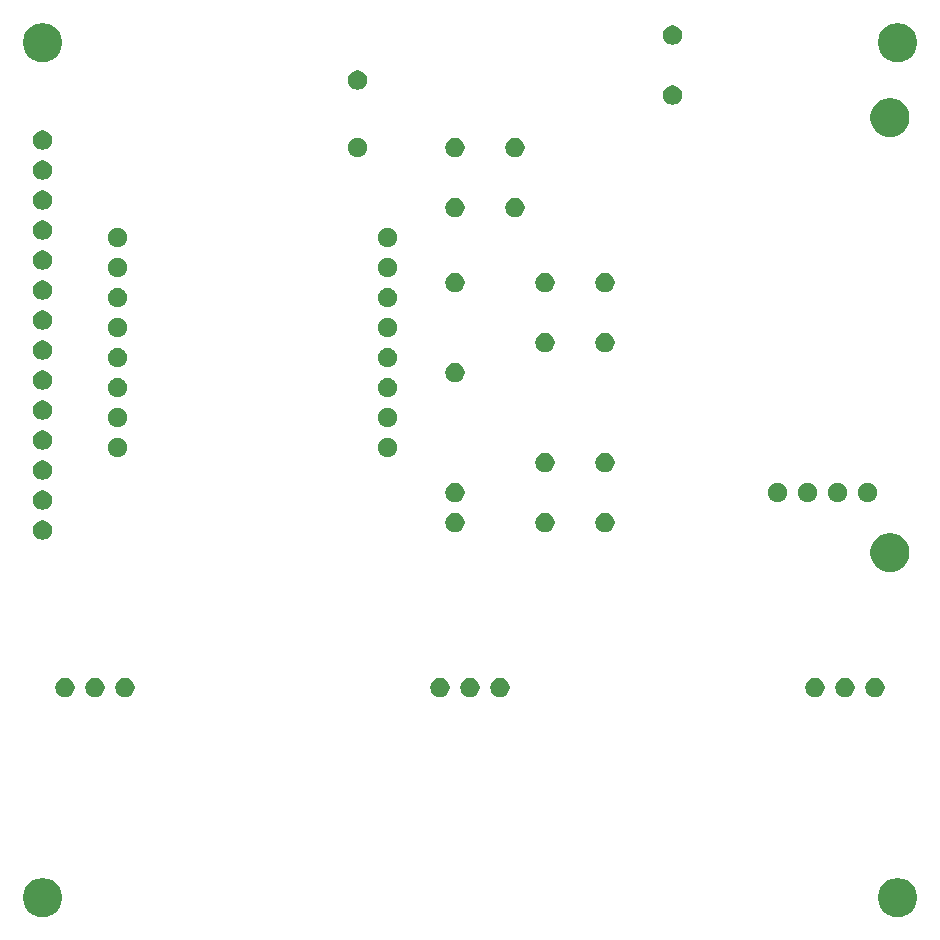
<source format=gbr>
G04 #@! TF.GenerationSoftware,KiCad,Pcbnew,(5.0.1)-3*
G04 #@! TF.CreationDate,2018-11-11T13:08:13+01:00*
G04 #@! TF.ProjectId,THERMOSTAT,544845524D4F535441542E6B69636164,rev?*
G04 #@! TF.SameCoordinates,Original*
G04 #@! TF.FileFunction,Soldermask,Bot*
G04 #@! TF.FilePolarity,Negative*
%FSLAX46Y46*%
G04 Gerber Fmt 4.6, Leading zero omitted, Abs format (unit mm)*
G04 Created by KiCad (PCBNEW (5.0.1)-3) date 11/11/2018 1:08:13 PM*
%MOMM*%
%LPD*%
G01*
G04 APERTURE LIST*
%ADD10C,0.100000*%
G04 APERTURE END LIST*
D10*
G36*
X76575256Y-74591298D02*
X76681579Y-74612447D01*
X76982042Y-74736903D01*
X77248852Y-74915180D01*
X77252454Y-74917587D01*
X77482413Y-75147546D01*
X77663098Y-75417960D01*
X77787553Y-75718422D01*
X77851000Y-76037389D01*
X77851000Y-76362611D01*
X77787553Y-76681578D01*
X77663098Y-76982040D01*
X77482413Y-77252454D01*
X77252454Y-77482413D01*
X77252451Y-77482415D01*
X76982042Y-77663097D01*
X76681579Y-77787553D01*
X76575256Y-77808702D01*
X76362611Y-77851000D01*
X76037389Y-77851000D01*
X75824744Y-77808702D01*
X75718421Y-77787553D01*
X75417958Y-77663097D01*
X75147549Y-77482415D01*
X75147546Y-77482413D01*
X74917587Y-77252454D01*
X74736902Y-76982040D01*
X74612447Y-76681578D01*
X74549000Y-76362611D01*
X74549000Y-76037389D01*
X74612447Y-75718422D01*
X74736902Y-75417960D01*
X74917587Y-75147546D01*
X75147546Y-74917587D01*
X75151148Y-74915180D01*
X75417958Y-74736903D01*
X75718421Y-74612447D01*
X75824744Y-74591298D01*
X76037389Y-74549000D01*
X76362611Y-74549000D01*
X76575256Y-74591298D01*
X76575256Y-74591298D01*
G37*
G36*
X4185256Y-74591298D02*
X4291579Y-74612447D01*
X4592042Y-74736903D01*
X4858852Y-74915180D01*
X4862454Y-74917587D01*
X5092413Y-75147546D01*
X5273098Y-75417960D01*
X5397553Y-75718422D01*
X5461000Y-76037389D01*
X5461000Y-76362611D01*
X5397553Y-76681578D01*
X5273098Y-76982040D01*
X5092413Y-77252454D01*
X4862454Y-77482413D01*
X4862451Y-77482415D01*
X4592042Y-77663097D01*
X4291579Y-77787553D01*
X4185256Y-77808702D01*
X3972611Y-77851000D01*
X3647389Y-77851000D01*
X3434744Y-77808702D01*
X3328421Y-77787553D01*
X3027958Y-77663097D01*
X2757549Y-77482415D01*
X2757546Y-77482413D01*
X2527587Y-77252454D01*
X2346902Y-76982040D01*
X2222447Y-76681578D01*
X2159000Y-76362611D01*
X2159000Y-76037389D01*
X2222447Y-75718422D01*
X2346902Y-75417960D01*
X2527587Y-75147546D01*
X2757546Y-74917587D01*
X2761148Y-74915180D01*
X3027958Y-74736903D01*
X3328421Y-74612447D01*
X3434744Y-74591298D01*
X3647389Y-74549000D01*
X3972611Y-74549000D01*
X4185256Y-74591298D01*
X4185256Y-74591298D01*
G37*
G36*
X74532142Y-57638242D02*
X74680102Y-57699530D01*
X74813258Y-57788502D01*
X74926498Y-57901742D01*
X75015470Y-58034898D01*
X75076758Y-58182858D01*
X75108000Y-58339925D01*
X75108000Y-58500075D01*
X75076758Y-58657142D01*
X75015470Y-58805102D01*
X74926498Y-58938258D01*
X74813258Y-59051498D01*
X74680102Y-59140470D01*
X74532142Y-59201758D01*
X74375075Y-59233000D01*
X74214925Y-59233000D01*
X74057858Y-59201758D01*
X73909898Y-59140470D01*
X73776742Y-59051498D01*
X73663502Y-58938258D01*
X73574530Y-58805102D01*
X73513242Y-58657142D01*
X73482000Y-58500075D01*
X73482000Y-58339925D01*
X73513242Y-58182858D01*
X73574530Y-58034898D01*
X73663502Y-57901742D01*
X73776742Y-57788502D01*
X73909898Y-57699530D01*
X74057858Y-57638242D01*
X74214925Y-57607000D01*
X74375075Y-57607000D01*
X74532142Y-57638242D01*
X74532142Y-57638242D01*
G37*
G36*
X37702142Y-57638242D02*
X37850102Y-57699530D01*
X37983258Y-57788502D01*
X38096498Y-57901742D01*
X38185470Y-58034898D01*
X38246758Y-58182858D01*
X38278000Y-58339925D01*
X38278000Y-58500075D01*
X38246758Y-58657142D01*
X38185470Y-58805102D01*
X38096498Y-58938258D01*
X37983258Y-59051498D01*
X37850102Y-59140470D01*
X37702142Y-59201758D01*
X37545075Y-59233000D01*
X37384925Y-59233000D01*
X37227858Y-59201758D01*
X37079898Y-59140470D01*
X36946742Y-59051498D01*
X36833502Y-58938258D01*
X36744530Y-58805102D01*
X36683242Y-58657142D01*
X36652000Y-58500075D01*
X36652000Y-58339925D01*
X36683242Y-58182858D01*
X36744530Y-58034898D01*
X36833502Y-57901742D01*
X36946742Y-57788502D01*
X37079898Y-57699530D01*
X37227858Y-57638242D01*
X37384925Y-57607000D01*
X37545075Y-57607000D01*
X37702142Y-57638242D01*
X37702142Y-57638242D01*
G37*
G36*
X40242142Y-57638242D02*
X40390102Y-57699530D01*
X40523258Y-57788502D01*
X40636498Y-57901742D01*
X40725470Y-58034898D01*
X40786758Y-58182858D01*
X40818000Y-58339925D01*
X40818000Y-58500075D01*
X40786758Y-58657142D01*
X40725470Y-58805102D01*
X40636498Y-58938258D01*
X40523258Y-59051498D01*
X40390102Y-59140470D01*
X40242142Y-59201758D01*
X40085075Y-59233000D01*
X39924925Y-59233000D01*
X39767858Y-59201758D01*
X39619898Y-59140470D01*
X39486742Y-59051498D01*
X39373502Y-58938258D01*
X39284530Y-58805102D01*
X39223242Y-58657142D01*
X39192000Y-58500075D01*
X39192000Y-58339925D01*
X39223242Y-58182858D01*
X39284530Y-58034898D01*
X39373502Y-57901742D01*
X39486742Y-57788502D01*
X39619898Y-57699530D01*
X39767858Y-57638242D01*
X39924925Y-57607000D01*
X40085075Y-57607000D01*
X40242142Y-57638242D01*
X40242142Y-57638242D01*
G37*
G36*
X11032142Y-57638242D02*
X11180102Y-57699530D01*
X11313258Y-57788502D01*
X11426498Y-57901742D01*
X11515470Y-58034898D01*
X11576758Y-58182858D01*
X11608000Y-58339925D01*
X11608000Y-58500075D01*
X11576758Y-58657142D01*
X11515470Y-58805102D01*
X11426498Y-58938258D01*
X11313258Y-59051498D01*
X11180102Y-59140470D01*
X11032142Y-59201758D01*
X10875075Y-59233000D01*
X10714925Y-59233000D01*
X10557858Y-59201758D01*
X10409898Y-59140470D01*
X10276742Y-59051498D01*
X10163502Y-58938258D01*
X10074530Y-58805102D01*
X10013242Y-58657142D01*
X9982000Y-58500075D01*
X9982000Y-58339925D01*
X10013242Y-58182858D01*
X10074530Y-58034898D01*
X10163502Y-57901742D01*
X10276742Y-57788502D01*
X10409898Y-57699530D01*
X10557858Y-57638242D01*
X10714925Y-57607000D01*
X10875075Y-57607000D01*
X11032142Y-57638242D01*
X11032142Y-57638242D01*
G37*
G36*
X8492142Y-57638242D02*
X8640102Y-57699530D01*
X8773258Y-57788502D01*
X8886498Y-57901742D01*
X8975470Y-58034898D01*
X9036758Y-58182858D01*
X9068000Y-58339925D01*
X9068000Y-58500075D01*
X9036758Y-58657142D01*
X8975470Y-58805102D01*
X8886498Y-58938258D01*
X8773258Y-59051498D01*
X8640102Y-59140470D01*
X8492142Y-59201758D01*
X8335075Y-59233000D01*
X8174925Y-59233000D01*
X8017858Y-59201758D01*
X7869898Y-59140470D01*
X7736742Y-59051498D01*
X7623502Y-58938258D01*
X7534530Y-58805102D01*
X7473242Y-58657142D01*
X7442000Y-58500075D01*
X7442000Y-58339925D01*
X7473242Y-58182858D01*
X7534530Y-58034898D01*
X7623502Y-57901742D01*
X7736742Y-57788502D01*
X7869898Y-57699530D01*
X8017858Y-57638242D01*
X8174925Y-57607000D01*
X8335075Y-57607000D01*
X8492142Y-57638242D01*
X8492142Y-57638242D01*
G37*
G36*
X5952142Y-57638242D02*
X6100102Y-57699530D01*
X6233258Y-57788502D01*
X6346498Y-57901742D01*
X6435470Y-58034898D01*
X6496758Y-58182858D01*
X6528000Y-58339925D01*
X6528000Y-58500075D01*
X6496758Y-58657142D01*
X6435470Y-58805102D01*
X6346498Y-58938258D01*
X6233258Y-59051498D01*
X6100102Y-59140470D01*
X5952142Y-59201758D01*
X5795075Y-59233000D01*
X5634925Y-59233000D01*
X5477858Y-59201758D01*
X5329898Y-59140470D01*
X5196742Y-59051498D01*
X5083502Y-58938258D01*
X4994530Y-58805102D01*
X4933242Y-58657142D01*
X4902000Y-58500075D01*
X4902000Y-58339925D01*
X4933242Y-58182858D01*
X4994530Y-58034898D01*
X5083502Y-57901742D01*
X5196742Y-57788502D01*
X5329898Y-57699530D01*
X5477858Y-57638242D01*
X5634925Y-57607000D01*
X5795075Y-57607000D01*
X5952142Y-57638242D01*
X5952142Y-57638242D01*
G37*
G36*
X69452142Y-57638242D02*
X69600102Y-57699530D01*
X69733258Y-57788502D01*
X69846498Y-57901742D01*
X69935470Y-58034898D01*
X69996758Y-58182858D01*
X70028000Y-58339925D01*
X70028000Y-58500075D01*
X69996758Y-58657142D01*
X69935470Y-58805102D01*
X69846498Y-58938258D01*
X69733258Y-59051498D01*
X69600102Y-59140470D01*
X69452142Y-59201758D01*
X69295075Y-59233000D01*
X69134925Y-59233000D01*
X68977858Y-59201758D01*
X68829898Y-59140470D01*
X68696742Y-59051498D01*
X68583502Y-58938258D01*
X68494530Y-58805102D01*
X68433242Y-58657142D01*
X68402000Y-58500075D01*
X68402000Y-58339925D01*
X68433242Y-58182858D01*
X68494530Y-58034898D01*
X68583502Y-57901742D01*
X68696742Y-57788502D01*
X68829898Y-57699530D01*
X68977858Y-57638242D01*
X69134925Y-57607000D01*
X69295075Y-57607000D01*
X69452142Y-57638242D01*
X69452142Y-57638242D01*
G37*
G36*
X71992142Y-57638242D02*
X72140102Y-57699530D01*
X72273258Y-57788502D01*
X72386498Y-57901742D01*
X72475470Y-58034898D01*
X72536758Y-58182858D01*
X72568000Y-58339925D01*
X72568000Y-58500075D01*
X72536758Y-58657142D01*
X72475470Y-58805102D01*
X72386498Y-58938258D01*
X72273258Y-59051498D01*
X72140102Y-59140470D01*
X71992142Y-59201758D01*
X71835075Y-59233000D01*
X71674925Y-59233000D01*
X71517858Y-59201758D01*
X71369898Y-59140470D01*
X71236742Y-59051498D01*
X71123502Y-58938258D01*
X71034530Y-58805102D01*
X70973242Y-58657142D01*
X70942000Y-58500075D01*
X70942000Y-58339925D01*
X70973242Y-58182858D01*
X71034530Y-58034898D01*
X71123502Y-57901742D01*
X71236742Y-57788502D01*
X71369898Y-57699530D01*
X71517858Y-57638242D01*
X71674925Y-57607000D01*
X71835075Y-57607000D01*
X71992142Y-57638242D01*
X71992142Y-57638242D01*
G37*
G36*
X42782142Y-57638242D02*
X42930102Y-57699530D01*
X43063258Y-57788502D01*
X43176498Y-57901742D01*
X43265470Y-58034898D01*
X43326758Y-58182858D01*
X43358000Y-58339925D01*
X43358000Y-58500075D01*
X43326758Y-58657142D01*
X43265470Y-58805102D01*
X43176498Y-58938258D01*
X43063258Y-59051498D01*
X42930102Y-59140470D01*
X42782142Y-59201758D01*
X42625075Y-59233000D01*
X42464925Y-59233000D01*
X42307858Y-59201758D01*
X42159898Y-59140470D01*
X42026742Y-59051498D01*
X41913502Y-58938258D01*
X41824530Y-58805102D01*
X41763242Y-58657142D01*
X41732000Y-58500075D01*
X41732000Y-58339925D01*
X41763242Y-58182858D01*
X41824530Y-58034898D01*
X41913502Y-57901742D01*
X42026742Y-57788502D01*
X42159898Y-57699530D01*
X42307858Y-57638242D01*
X42464925Y-57607000D01*
X42625075Y-57607000D01*
X42782142Y-57638242D01*
X42782142Y-57638242D01*
G37*
G36*
X75940256Y-45381298D02*
X76046579Y-45402447D01*
X76347042Y-45526903D01*
X76461315Y-45603258D01*
X76617454Y-45707587D01*
X76847413Y-45937546D01*
X77028098Y-46207960D01*
X77152553Y-46508422D01*
X77216000Y-46827389D01*
X77216000Y-47152611D01*
X77152553Y-47471578D01*
X77028098Y-47772040D01*
X76847413Y-48042454D01*
X76617454Y-48272413D01*
X76617451Y-48272415D01*
X76347042Y-48453097D01*
X76046579Y-48577553D01*
X75940256Y-48598702D01*
X75727611Y-48641000D01*
X75402389Y-48641000D01*
X75189744Y-48598702D01*
X75083421Y-48577553D01*
X74782958Y-48453097D01*
X74512549Y-48272415D01*
X74512546Y-48272413D01*
X74282587Y-48042454D01*
X74101902Y-47772040D01*
X73977447Y-47471578D01*
X73914000Y-47152611D01*
X73914000Y-46827389D01*
X73977447Y-46508422D01*
X74101902Y-46207960D01*
X74282587Y-45937546D01*
X74512546Y-45707587D01*
X74668685Y-45603258D01*
X74782958Y-45526903D01*
X75083421Y-45402447D01*
X75189744Y-45381298D01*
X75402389Y-45339000D01*
X75727611Y-45339000D01*
X75940256Y-45381298D01*
X75940256Y-45381298D01*
G37*
G36*
X4047142Y-44303242D02*
X4195102Y-44364530D01*
X4328258Y-44453502D01*
X4441498Y-44566742D01*
X4530470Y-44699898D01*
X4591758Y-44847858D01*
X4623000Y-45004925D01*
X4623000Y-45165075D01*
X4591758Y-45322142D01*
X4530470Y-45470102D01*
X4441498Y-45603258D01*
X4328258Y-45716498D01*
X4195102Y-45805470D01*
X4047142Y-45866758D01*
X3890075Y-45898000D01*
X3729925Y-45898000D01*
X3572858Y-45866758D01*
X3424898Y-45805470D01*
X3291742Y-45716498D01*
X3178502Y-45603258D01*
X3089530Y-45470102D01*
X3028242Y-45322142D01*
X2997000Y-45165075D01*
X2997000Y-45004925D01*
X3028242Y-44847858D01*
X3089530Y-44699898D01*
X3178502Y-44566742D01*
X3291742Y-44453502D01*
X3424898Y-44364530D01*
X3572858Y-44303242D01*
X3729925Y-44272000D01*
X3890075Y-44272000D01*
X4047142Y-44303242D01*
X4047142Y-44303242D01*
G37*
G36*
X51672142Y-43668242D02*
X51820102Y-43729530D01*
X51953258Y-43818502D01*
X52066498Y-43931742D01*
X52155470Y-44064898D01*
X52216758Y-44212858D01*
X52248000Y-44369925D01*
X52248000Y-44530075D01*
X52216758Y-44687142D01*
X52155470Y-44835102D01*
X52066498Y-44968258D01*
X51953258Y-45081498D01*
X51820102Y-45170470D01*
X51672142Y-45231758D01*
X51515075Y-45263000D01*
X51354925Y-45263000D01*
X51197858Y-45231758D01*
X51049898Y-45170470D01*
X50916742Y-45081498D01*
X50803502Y-44968258D01*
X50714530Y-44835102D01*
X50653242Y-44687142D01*
X50622000Y-44530075D01*
X50622000Y-44369925D01*
X50653242Y-44212858D01*
X50714530Y-44064898D01*
X50803502Y-43931742D01*
X50916742Y-43818502D01*
X51049898Y-43729530D01*
X51197858Y-43668242D01*
X51354925Y-43637000D01*
X51515075Y-43637000D01*
X51672142Y-43668242D01*
X51672142Y-43668242D01*
G37*
G36*
X46592142Y-43668242D02*
X46740102Y-43729530D01*
X46873258Y-43818502D01*
X46986498Y-43931742D01*
X47075470Y-44064898D01*
X47136758Y-44212858D01*
X47168000Y-44369925D01*
X47168000Y-44530075D01*
X47136758Y-44687142D01*
X47075470Y-44835102D01*
X46986498Y-44968258D01*
X46873258Y-45081498D01*
X46740102Y-45170470D01*
X46592142Y-45231758D01*
X46435075Y-45263000D01*
X46274925Y-45263000D01*
X46117858Y-45231758D01*
X45969898Y-45170470D01*
X45836742Y-45081498D01*
X45723502Y-44968258D01*
X45634530Y-44835102D01*
X45573242Y-44687142D01*
X45542000Y-44530075D01*
X45542000Y-44369925D01*
X45573242Y-44212858D01*
X45634530Y-44064898D01*
X45723502Y-43931742D01*
X45836742Y-43818502D01*
X45969898Y-43729530D01*
X46117858Y-43668242D01*
X46274925Y-43637000D01*
X46435075Y-43637000D01*
X46592142Y-43668242D01*
X46592142Y-43668242D01*
G37*
G36*
X38972142Y-43668242D02*
X39120102Y-43729530D01*
X39253258Y-43818502D01*
X39366498Y-43931742D01*
X39455470Y-44064898D01*
X39516758Y-44212858D01*
X39548000Y-44369925D01*
X39548000Y-44530075D01*
X39516758Y-44687142D01*
X39455470Y-44835102D01*
X39366498Y-44968258D01*
X39253258Y-45081498D01*
X39120102Y-45170470D01*
X38972142Y-45231758D01*
X38815075Y-45263000D01*
X38654925Y-45263000D01*
X38497858Y-45231758D01*
X38349898Y-45170470D01*
X38216742Y-45081498D01*
X38103502Y-44968258D01*
X38014530Y-44835102D01*
X37953242Y-44687142D01*
X37922000Y-44530075D01*
X37922000Y-44369925D01*
X37953242Y-44212858D01*
X38014530Y-44064898D01*
X38103502Y-43931742D01*
X38216742Y-43818502D01*
X38349898Y-43729530D01*
X38497858Y-43668242D01*
X38654925Y-43637000D01*
X38815075Y-43637000D01*
X38972142Y-43668242D01*
X38972142Y-43668242D01*
G37*
G36*
X4047142Y-41763242D02*
X4195102Y-41824530D01*
X4328258Y-41913502D01*
X4441498Y-42026742D01*
X4530470Y-42159898D01*
X4591758Y-42307858D01*
X4623000Y-42464925D01*
X4623000Y-42625075D01*
X4591758Y-42782142D01*
X4530470Y-42930102D01*
X4441498Y-43063258D01*
X4328258Y-43176498D01*
X4195102Y-43265470D01*
X4047142Y-43326758D01*
X3890075Y-43358000D01*
X3729925Y-43358000D01*
X3572858Y-43326758D01*
X3424898Y-43265470D01*
X3291742Y-43176498D01*
X3178502Y-43063258D01*
X3089530Y-42930102D01*
X3028242Y-42782142D01*
X2997000Y-42625075D01*
X2997000Y-42464925D01*
X3028242Y-42307858D01*
X3089530Y-42159898D01*
X3178502Y-42026742D01*
X3291742Y-41913502D01*
X3424898Y-41824530D01*
X3572858Y-41763242D01*
X3729925Y-41732000D01*
X3890075Y-41732000D01*
X4047142Y-41763242D01*
X4047142Y-41763242D01*
G37*
G36*
X71357142Y-41128242D02*
X71505102Y-41189530D01*
X71638258Y-41278502D01*
X71751498Y-41391742D01*
X71840470Y-41524898D01*
X71901758Y-41672858D01*
X71933000Y-41829925D01*
X71933000Y-41990075D01*
X71901758Y-42147142D01*
X71840470Y-42295102D01*
X71751498Y-42428258D01*
X71638258Y-42541498D01*
X71505102Y-42630470D01*
X71357142Y-42691758D01*
X71200075Y-42723000D01*
X71039925Y-42723000D01*
X70882858Y-42691758D01*
X70734898Y-42630470D01*
X70601742Y-42541498D01*
X70488502Y-42428258D01*
X70399530Y-42295102D01*
X70338242Y-42147142D01*
X70307000Y-41990075D01*
X70307000Y-41829925D01*
X70338242Y-41672858D01*
X70399530Y-41524898D01*
X70488502Y-41391742D01*
X70601742Y-41278502D01*
X70734898Y-41189530D01*
X70882858Y-41128242D01*
X71039925Y-41097000D01*
X71200075Y-41097000D01*
X71357142Y-41128242D01*
X71357142Y-41128242D01*
G37*
G36*
X73897142Y-41128242D02*
X74045102Y-41189530D01*
X74178258Y-41278502D01*
X74291498Y-41391742D01*
X74380470Y-41524898D01*
X74441758Y-41672858D01*
X74473000Y-41829925D01*
X74473000Y-41990075D01*
X74441758Y-42147142D01*
X74380470Y-42295102D01*
X74291498Y-42428258D01*
X74178258Y-42541498D01*
X74045102Y-42630470D01*
X73897142Y-42691758D01*
X73740075Y-42723000D01*
X73579925Y-42723000D01*
X73422858Y-42691758D01*
X73274898Y-42630470D01*
X73141742Y-42541498D01*
X73028502Y-42428258D01*
X72939530Y-42295102D01*
X72878242Y-42147142D01*
X72847000Y-41990075D01*
X72847000Y-41829925D01*
X72878242Y-41672858D01*
X72939530Y-41524898D01*
X73028502Y-41391742D01*
X73141742Y-41278502D01*
X73274898Y-41189530D01*
X73422858Y-41128242D01*
X73579925Y-41097000D01*
X73740075Y-41097000D01*
X73897142Y-41128242D01*
X73897142Y-41128242D01*
G37*
G36*
X68817142Y-41128242D02*
X68965102Y-41189530D01*
X69098258Y-41278502D01*
X69211498Y-41391742D01*
X69300470Y-41524898D01*
X69361758Y-41672858D01*
X69393000Y-41829925D01*
X69393000Y-41990075D01*
X69361758Y-42147142D01*
X69300470Y-42295102D01*
X69211498Y-42428258D01*
X69098258Y-42541498D01*
X68965102Y-42630470D01*
X68817142Y-42691758D01*
X68660075Y-42723000D01*
X68499925Y-42723000D01*
X68342858Y-42691758D01*
X68194898Y-42630470D01*
X68061742Y-42541498D01*
X67948502Y-42428258D01*
X67859530Y-42295102D01*
X67798242Y-42147142D01*
X67767000Y-41990075D01*
X67767000Y-41829925D01*
X67798242Y-41672858D01*
X67859530Y-41524898D01*
X67948502Y-41391742D01*
X68061742Y-41278502D01*
X68194898Y-41189530D01*
X68342858Y-41128242D01*
X68499925Y-41097000D01*
X68660075Y-41097000D01*
X68817142Y-41128242D01*
X68817142Y-41128242D01*
G37*
G36*
X38972142Y-41128242D02*
X39120102Y-41189530D01*
X39253258Y-41278502D01*
X39366498Y-41391742D01*
X39455470Y-41524898D01*
X39516758Y-41672858D01*
X39548000Y-41829925D01*
X39548000Y-41990075D01*
X39516758Y-42147142D01*
X39455470Y-42295102D01*
X39366498Y-42428258D01*
X39253258Y-42541498D01*
X39120102Y-42630470D01*
X38972142Y-42691758D01*
X38815075Y-42723000D01*
X38654925Y-42723000D01*
X38497858Y-42691758D01*
X38349898Y-42630470D01*
X38216742Y-42541498D01*
X38103502Y-42428258D01*
X38014530Y-42295102D01*
X37953242Y-42147142D01*
X37922000Y-41990075D01*
X37922000Y-41829925D01*
X37953242Y-41672858D01*
X38014530Y-41524898D01*
X38103502Y-41391742D01*
X38216742Y-41278502D01*
X38349898Y-41189530D01*
X38497858Y-41128242D01*
X38654925Y-41097000D01*
X38815075Y-41097000D01*
X38972142Y-41128242D01*
X38972142Y-41128242D01*
G37*
G36*
X66277142Y-41128242D02*
X66425102Y-41189530D01*
X66558258Y-41278502D01*
X66671498Y-41391742D01*
X66760470Y-41524898D01*
X66821758Y-41672858D01*
X66853000Y-41829925D01*
X66853000Y-41990075D01*
X66821758Y-42147142D01*
X66760470Y-42295102D01*
X66671498Y-42428258D01*
X66558258Y-42541498D01*
X66425102Y-42630470D01*
X66277142Y-42691758D01*
X66120075Y-42723000D01*
X65959925Y-42723000D01*
X65802858Y-42691758D01*
X65654898Y-42630470D01*
X65521742Y-42541498D01*
X65408502Y-42428258D01*
X65319530Y-42295102D01*
X65258242Y-42147142D01*
X65227000Y-41990075D01*
X65227000Y-41829925D01*
X65258242Y-41672858D01*
X65319530Y-41524898D01*
X65408502Y-41391742D01*
X65521742Y-41278502D01*
X65654898Y-41189530D01*
X65802858Y-41128242D01*
X65959925Y-41097000D01*
X66120075Y-41097000D01*
X66277142Y-41128242D01*
X66277142Y-41128242D01*
G37*
G36*
X4047142Y-39223242D02*
X4195102Y-39284530D01*
X4328258Y-39373502D01*
X4441498Y-39486742D01*
X4530470Y-39619898D01*
X4591758Y-39767858D01*
X4623000Y-39924925D01*
X4623000Y-40085075D01*
X4591758Y-40242142D01*
X4530470Y-40390102D01*
X4441498Y-40523258D01*
X4328258Y-40636498D01*
X4195102Y-40725470D01*
X4047142Y-40786758D01*
X3890075Y-40818000D01*
X3729925Y-40818000D01*
X3572858Y-40786758D01*
X3424898Y-40725470D01*
X3291742Y-40636498D01*
X3178502Y-40523258D01*
X3089530Y-40390102D01*
X3028242Y-40242142D01*
X2997000Y-40085075D01*
X2997000Y-39924925D01*
X3028242Y-39767858D01*
X3089530Y-39619898D01*
X3178502Y-39486742D01*
X3291742Y-39373502D01*
X3424898Y-39284530D01*
X3572858Y-39223242D01*
X3729925Y-39192000D01*
X3890075Y-39192000D01*
X4047142Y-39223242D01*
X4047142Y-39223242D01*
G37*
G36*
X51672142Y-38588242D02*
X51820102Y-38649530D01*
X51887130Y-38694317D01*
X51953257Y-38738501D01*
X52066499Y-38851743D01*
X52086554Y-38881758D01*
X52155470Y-38984898D01*
X52216758Y-39132858D01*
X52248000Y-39289925D01*
X52248000Y-39450075D01*
X52216758Y-39607142D01*
X52155470Y-39755102D01*
X52066498Y-39888258D01*
X51953258Y-40001498D01*
X51820102Y-40090470D01*
X51672142Y-40151758D01*
X51515075Y-40183000D01*
X51354925Y-40183000D01*
X51197858Y-40151758D01*
X51049898Y-40090470D01*
X50916742Y-40001498D01*
X50803502Y-39888258D01*
X50714530Y-39755102D01*
X50653242Y-39607142D01*
X50622000Y-39450075D01*
X50622000Y-39289925D01*
X50653242Y-39132858D01*
X50714530Y-38984898D01*
X50783446Y-38881758D01*
X50803501Y-38851743D01*
X50916743Y-38738501D01*
X50982870Y-38694317D01*
X51049898Y-38649530D01*
X51197858Y-38588242D01*
X51354925Y-38557000D01*
X51515075Y-38557000D01*
X51672142Y-38588242D01*
X51672142Y-38588242D01*
G37*
G36*
X46592142Y-38588242D02*
X46740102Y-38649530D01*
X46807130Y-38694317D01*
X46873257Y-38738501D01*
X46986499Y-38851743D01*
X47006554Y-38881758D01*
X47075470Y-38984898D01*
X47136758Y-39132858D01*
X47168000Y-39289925D01*
X47168000Y-39450075D01*
X47136758Y-39607142D01*
X47075470Y-39755102D01*
X46986498Y-39888258D01*
X46873258Y-40001498D01*
X46740102Y-40090470D01*
X46592142Y-40151758D01*
X46435075Y-40183000D01*
X46274925Y-40183000D01*
X46117858Y-40151758D01*
X45969898Y-40090470D01*
X45836742Y-40001498D01*
X45723502Y-39888258D01*
X45634530Y-39755102D01*
X45573242Y-39607142D01*
X45542000Y-39450075D01*
X45542000Y-39289925D01*
X45573242Y-39132858D01*
X45634530Y-38984898D01*
X45703446Y-38881758D01*
X45723501Y-38851743D01*
X45836743Y-38738501D01*
X45902870Y-38694317D01*
X45969898Y-38649530D01*
X46117858Y-38588242D01*
X46274925Y-38557000D01*
X46435075Y-38557000D01*
X46592142Y-38588242D01*
X46592142Y-38588242D01*
G37*
G36*
X10397142Y-37318242D02*
X10545102Y-37379530D01*
X10678258Y-37468502D01*
X10791498Y-37581742D01*
X10880470Y-37714898D01*
X10941758Y-37862858D01*
X10973000Y-38019925D01*
X10973000Y-38180075D01*
X10941758Y-38337142D01*
X10894354Y-38451583D01*
X10880471Y-38485100D01*
X10791499Y-38618257D01*
X10678257Y-38731499D01*
X10667776Y-38738502D01*
X10545102Y-38820470D01*
X10397142Y-38881758D01*
X10240075Y-38913000D01*
X10079925Y-38913000D01*
X9922858Y-38881758D01*
X9774898Y-38820470D01*
X9652224Y-38738502D01*
X9641743Y-38731499D01*
X9528501Y-38618257D01*
X9439529Y-38485100D01*
X9425646Y-38451583D01*
X9378242Y-38337142D01*
X9347000Y-38180075D01*
X9347000Y-38019925D01*
X9378242Y-37862858D01*
X9439530Y-37714898D01*
X9528502Y-37581742D01*
X9641742Y-37468502D01*
X9774898Y-37379530D01*
X9922858Y-37318242D01*
X10079925Y-37287000D01*
X10240075Y-37287000D01*
X10397142Y-37318242D01*
X10397142Y-37318242D01*
G37*
G36*
X33257142Y-37318242D02*
X33405102Y-37379530D01*
X33538258Y-37468502D01*
X33651498Y-37581742D01*
X33740470Y-37714898D01*
X33801758Y-37862858D01*
X33833000Y-38019925D01*
X33833000Y-38180075D01*
X33801758Y-38337142D01*
X33754354Y-38451583D01*
X33740471Y-38485100D01*
X33651499Y-38618257D01*
X33538257Y-38731499D01*
X33527776Y-38738502D01*
X33405102Y-38820470D01*
X33257142Y-38881758D01*
X33100075Y-38913000D01*
X32939925Y-38913000D01*
X32782858Y-38881758D01*
X32634898Y-38820470D01*
X32512224Y-38738502D01*
X32501743Y-38731499D01*
X32388501Y-38618257D01*
X32299529Y-38485100D01*
X32285646Y-38451583D01*
X32238242Y-38337142D01*
X32207000Y-38180075D01*
X32207000Y-38019925D01*
X32238242Y-37862858D01*
X32299530Y-37714898D01*
X32388502Y-37581742D01*
X32501742Y-37468502D01*
X32634898Y-37379530D01*
X32782858Y-37318242D01*
X32939925Y-37287000D01*
X33100075Y-37287000D01*
X33257142Y-37318242D01*
X33257142Y-37318242D01*
G37*
G36*
X4047142Y-36683242D02*
X4195102Y-36744530D01*
X4328258Y-36833502D01*
X4441498Y-36946742D01*
X4530470Y-37079898D01*
X4591758Y-37227858D01*
X4623000Y-37384925D01*
X4623000Y-37545075D01*
X4591758Y-37702142D01*
X4530470Y-37850102D01*
X4441498Y-37983258D01*
X4328258Y-38096498D01*
X4195102Y-38185470D01*
X4047142Y-38246758D01*
X3890075Y-38278000D01*
X3729925Y-38278000D01*
X3572858Y-38246758D01*
X3424898Y-38185470D01*
X3291742Y-38096498D01*
X3178502Y-37983258D01*
X3089530Y-37850102D01*
X3028242Y-37702142D01*
X2997000Y-37545075D01*
X2997000Y-37384925D01*
X3028242Y-37227858D01*
X3089530Y-37079898D01*
X3178502Y-36946742D01*
X3291742Y-36833502D01*
X3424898Y-36744530D01*
X3572858Y-36683242D01*
X3729925Y-36652000D01*
X3890075Y-36652000D01*
X4047142Y-36683242D01*
X4047142Y-36683242D01*
G37*
G36*
X33257142Y-34778242D02*
X33405102Y-34839530D01*
X33538258Y-34928502D01*
X33651498Y-35041742D01*
X33740470Y-35174898D01*
X33801758Y-35322858D01*
X33833000Y-35479925D01*
X33833000Y-35640075D01*
X33801758Y-35797142D01*
X33740470Y-35945102D01*
X33651498Y-36078258D01*
X33538258Y-36191498D01*
X33405102Y-36280470D01*
X33257142Y-36341758D01*
X33100075Y-36373000D01*
X32939925Y-36373000D01*
X32782858Y-36341758D01*
X32634898Y-36280470D01*
X32501742Y-36191498D01*
X32388502Y-36078258D01*
X32299530Y-35945102D01*
X32238242Y-35797142D01*
X32207000Y-35640075D01*
X32207000Y-35479925D01*
X32238242Y-35322858D01*
X32299530Y-35174898D01*
X32388502Y-35041742D01*
X32501742Y-34928502D01*
X32634898Y-34839530D01*
X32782858Y-34778242D01*
X32939925Y-34747000D01*
X33100075Y-34747000D01*
X33257142Y-34778242D01*
X33257142Y-34778242D01*
G37*
G36*
X10397142Y-34778242D02*
X10545102Y-34839530D01*
X10678258Y-34928502D01*
X10791498Y-35041742D01*
X10880470Y-35174898D01*
X10941758Y-35322858D01*
X10973000Y-35479925D01*
X10973000Y-35640075D01*
X10941758Y-35797142D01*
X10880470Y-35945102D01*
X10791498Y-36078258D01*
X10678258Y-36191498D01*
X10545102Y-36280470D01*
X10397142Y-36341758D01*
X10240075Y-36373000D01*
X10079925Y-36373000D01*
X9922858Y-36341758D01*
X9774898Y-36280470D01*
X9641742Y-36191498D01*
X9528502Y-36078258D01*
X9439530Y-35945102D01*
X9378242Y-35797142D01*
X9347000Y-35640075D01*
X9347000Y-35479925D01*
X9378242Y-35322858D01*
X9439530Y-35174898D01*
X9528502Y-35041742D01*
X9641742Y-34928502D01*
X9774898Y-34839530D01*
X9922858Y-34778242D01*
X10079925Y-34747000D01*
X10240075Y-34747000D01*
X10397142Y-34778242D01*
X10397142Y-34778242D01*
G37*
G36*
X4047142Y-34143242D02*
X4195102Y-34204530D01*
X4328258Y-34293502D01*
X4441498Y-34406742D01*
X4530470Y-34539898D01*
X4591758Y-34687858D01*
X4623000Y-34844925D01*
X4623000Y-35005075D01*
X4591758Y-35162142D01*
X4530470Y-35310102D01*
X4441498Y-35443258D01*
X4328258Y-35556498D01*
X4195102Y-35645470D01*
X4047142Y-35706758D01*
X3890075Y-35738000D01*
X3729925Y-35738000D01*
X3572858Y-35706758D01*
X3424898Y-35645470D01*
X3291742Y-35556498D01*
X3178502Y-35443258D01*
X3089530Y-35310102D01*
X3028242Y-35162142D01*
X2997000Y-35005075D01*
X2997000Y-34844925D01*
X3028242Y-34687858D01*
X3089530Y-34539898D01*
X3178502Y-34406742D01*
X3291742Y-34293502D01*
X3424898Y-34204530D01*
X3572858Y-34143242D01*
X3729925Y-34112000D01*
X3890075Y-34112000D01*
X4047142Y-34143242D01*
X4047142Y-34143242D01*
G37*
G36*
X33257142Y-32238242D02*
X33405102Y-32299530D01*
X33472130Y-32344317D01*
X33538257Y-32388501D01*
X33651499Y-32501743D01*
X33671554Y-32531758D01*
X33740470Y-32634898D01*
X33801758Y-32782858D01*
X33833000Y-32939925D01*
X33833000Y-33100075D01*
X33801758Y-33257142D01*
X33740470Y-33405102D01*
X33651498Y-33538258D01*
X33538258Y-33651498D01*
X33405102Y-33740470D01*
X33257142Y-33801758D01*
X33100075Y-33833000D01*
X32939925Y-33833000D01*
X32782858Y-33801758D01*
X32634898Y-33740470D01*
X32501742Y-33651498D01*
X32388502Y-33538258D01*
X32299530Y-33405102D01*
X32238242Y-33257142D01*
X32207000Y-33100075D01*
X32207000Y-32939925D01*
X32238242Y-32782858D01*
X32299530Y-32634898D01*
X32368446Y-32531758D01*
X32388501Y-32501743D01*
X32501743Y-32388501D01*
X32567870Y-32344317D01*
X32634898Y-32299530D01*
X32782858Y-32238242D01*
X32939925Y-32207000D01*
X33100075Y-32207000D01*
X33257142Y-32238242D01*
X33257142Y-32238242D01*
G37*
G36*
X10397142Y-32238242D02*
X10545102Y-32299530D01*
X10612130Y-32344317D01*
X10678257Y-32388501D01*
X10791499Y-32501743D01*
X10811554Y-32531758D01*
X10880470Y-32634898D01*
X10941758Y-32782858D01*
X10973000Y-32939925D01*
X10973000Y-33100075D01*
X10941758Y-33257142D01*
X10880470Y-33405102D01*
X10791498Y-33538258D01*
X10678258Y-33651498D01*
X10545102Y-33740470D01*
X10397142Y-33801758D01*
X10240075Y-33833000D01*
X10079925Y-33833000D01*
X9922858Y-33801758D01*
X9774898Y-33740470D01*
X9641742Y-33651498D01*
X9528502Y-33538258D01*
X9439530Y-33405102D01*
X9378242Y-33257142D01*
X9347000Y-33100075D01*
X9347000Y-32939925D01*
X9378242Y-32782858D01*
X9439530Y-32634898D01*
X9508446Y-32531758D01*
X9528501Y-32501743D01*
X9641743Y-32388501D01*
X9707870Y-32344317D01*
X9774898Y-32299530D01*
X9922858Y-32238242D01*
X10079925Y-32207000D01*
X10240075Y-32207000D01*
X10397142Y-32238242D01*
X10397142Y-32238242D01*
G37*
G36*
X4047142Y-31603242D02*
X4195102Y-31664530D01*
X4328258Y-31753502D01*
X4441498Y-31866742D01*
X4530470Y-31999898D01*
X4591758Y-32147858D01*
X4623000Y-32304925D01*
X4623000Y-32465075D01*
X4591758Y-32622142D01*
X4530470Y-32770102D01*
X4441498Y-32903258D01*
X4328258Y-33016498D01*
X4195102Y-33105470D01*
X4047142Y-33166758D01*
X3890075Y-33198000D01*
X3729925Y-33198000D01*
X3572858Y-33166758D01*
X3424898Y-33105470D01*
X3291742Y-33016498D01*
X3178502Y-32903258D01*
X3089530Y-32770102D01*
X3028242Y-32622142D01*
X2997000Y-32465075D01*
X2997000Y-32304925D01*
X3028242Y-32147858D01*
X3089530Y-31999898D01*
X3178502Y-31866742D01*
X3291742Y-31753502D01*
X3424898Y-31664530D01*
X3572858Y-31603242D01*
X3729925Y-31572000D01*
X3890075Y-31572000D01*
X4047142Y-31603242D01*
X4047142Y-31603242D01*
G37*
G36*
X38972142Y-30968242D02*
X39120102Y-31029530D01*
X39187130Y-31074317D01*
X39253257Y-31118501D01*
X39366499Y-31231743D01*
X39386554Y-31261758D01*
X39455470Y-31364898D01*
X39516758Y-31512858D01*
X39548000Y-31669925D01*
X39548000Y-31830075D01*
X39516758Y-31987142D01*
X39455470Y-32135102D01*
X39410683Y-32202130D01*
X39366499Y-32268257D01*
X39253257Y-32381499D01*
X39242776Y-32388502D01*
X39120102Y-32470470D01*
X38972142Y-32531758D01*
X38815075Y-32563000D01*
X38654925Y-32563000D01*
X38497858Y-32531758D01*
X38349898Y-32470470D01*
X38227224Y-32388502D01*
X38216743Y-32381499D01*
X38103501Y-32268257D01*
X38059317Y-32202130D01*
X38014530Y-32135102D01*
X37953242Y-31987142D01*
X37922000Y-31830075D01*
X37922000Y-31669925D01*
X37953242Y-31512858D01*
X38014530Y-31364898D01*
X38083446Y-31261758D01*
X38103501Y-31231743D01*
X38216743Y-31118501D01*
X38282870Y-31074317D01*
X38349898Y-31029530D01*
X38497858Y-30968242D01*
X38654925Y-30937000D01*
X38815075Y-30937000D01*
X38972142Y-30968242D01*
X38972142Y-30968242D01*
G37*
G36*
X33257142Y-29698242D02*
X33405102Y-29759530D01*
X33472130Y-29804317D01*
X33538257Y-29848501D01*
X33651499Y-29961743D01*
X33671554Y-29991758D01*
X33740470Y-30094898D01*
X33801758Y-30242858D01*
X33833000Y-30399925D01*
X33833000Y-30560075D01*
X33801758Y-30717142D01*
X33754354Y-30831583D01*
X33740471Y-30865100D01*
X33651499Y-30998257D01*
X33538257Y-31111499D01*
X33527776Y-31118502D01*
X33405102Y-31200470D01*
X33257142Y-31261758D01*
X33100075Y-31293000D01*
X32939925Y-31293000D01*
X32782858Y-31261758D01*
X32634898Y-31200470D01*
X32512224Y-31118502D01*
X32501743Y-31111499D01*
X32388501Y-30998257D01*
X32299529Y-30865100D01*
X32285646Y-30831583D01*
X32238242Y-30717142D01*
X32207000Y-30560075D01*
X32207000Y-30399925D01*
X32238242Y-30242858D01*
X32299530Y-30094898D01*
X32368446Y-29991758D01*
X32388501Y-29961743D01*
X32501743Y-29848501D01*
X32567870Y-29804317D01*
X32634898Y-29759530D01*
X32782858Y-29698242D01*
X32939925Y-29667000D01*
X33100075Y-29667000D01*
X33257142Y-29698242D01*
X33257142Y-29698242D01*
G37*
G36*
X10397142Y-29698242D02*
X10545102Y-29759530D01*
X10612130Y-29804317D01*
X10678257Y-29848501D01*
X10791499Y-29961743D01*
X10811554Y-29991758D01*
X10880470Y-30094898D01*
X10941758Y-30242858D01*
X10973000Y-30399925D01*
X10973000Y-30560075D01*
X10941758Y-30717142D01*
X10894354Y-30831583D01*
X10880471Y-30865100D01*
X10791499Y-30998257D01*
X10678257Y-31111499D01*
X10667776Y-31118502D01*
X10545102Y-31200470D01*
X10397142Y-31261758D01*
X10240075Y-31293000D01*
X10079925Y-31293000D01*
X9922858Y-31261758D01*
X9774898Y-31200470D01*
X9652224Y-31118502D01*
X9641743Y-31111499D01*
X9528501Y-30998257D01*
X9439529Y-30865100D01*
X9425646Y-30831583D01*
X9378242Y-30717142D01*
X9347000Y-30560075D01*
X9347000Y-30399925D01*
X9378242Y-30242858D01*
X9439530Y-30094898D01*
X9508446Y-29991758D01*
X9528501Y-29961743D01*
X9641743Y-29848501D01*
X9707870Y-29804317D01*
X9774898Y-29759530D01*
X9922858Y-29698242D01*
X10079925Y-29667000D01*
X10240075Y-29667000D01*
X10397142Y-29698242D01*
X10397142Y-29698242D01*
G37*
G36*
X4047142Y-29063242D02*
X4195102Y-29124530D01*
X4328258Y-29213502D01*
X4441498Y-29326742D01*
X4530470Y-29459898D01*
X4591758Y-29607858D01*
X4623000Y-29764925D01*
X4623000Y-29925075D01*
X4591758Y-30082142D01*
X4530470Y-30230102D01*
X4441498Y-30363258D01*
X4328258Y-30476498D01*
X4195102Y-30565470D01*
X4047142Y-30626758D01*
X3890075Y-30658000D01*
X3729925Y-30658000D01*
X3572858Y-30626758D01*
X3424898Y-30565470D01*
X3291742Y-30476498D01*
X3178502Y-30363258D01*
X3089530Y-30230102D01*
X3028242Y-30082142D01*
X2997000Y-29925075D01*
X2997000Y-29764925D01*
X3028242Y-29607858D01*
X3089530Y-29459898D01*
X3178502Y-29326742D01*
X3291742Y-29213502D01*
X3424898Y-29124530D01*
X3572858Y-29063242D01*
X3729925Y-29032000D01*
X3890075Y-29032000D01*
X4047142Y-29063242D01*
X4047142Y-29063242D01*
G37*
G36*
X51672142Y-28428242D02*
X51820102Y-28489530D01*
X51887130Y-28534317D01*
X51953257Y-28578501D01*
X52066499Y-28691743D01*
X52086554Y-28721758D01*
X52155470Y-28824898D01*
X52216758Y-28972858D01*
X52248000Y-29129925D01*
X52248000Y-29290075D01*
X52216758Y-29447142D01*
X52155470Y-29595102D01*
X52110683Y-29662130D01*
X52066499Y-29728257D01*
X51953257Y-29841499D01*
X51942776Y-29848502D01*
X51820102Y-29930470D01*
X51672142Y-29991758D01*
X51515075Y-30023000D01*
X51354925Y-30023000D01*
X51197858Y-29991758D01*
X51049898Y-29930470D01*
X50927224Y-29848502D01*
X50916743Y-29841499D01*
X50803501Y-29728257D01*
X50759317Y-29662130D01*
X50714530Y-29595102D01*
X50653242Y-29447142D01*
X50622000Y-29290075D01*
X50622000Y-29129925D01*
X50653242Y-28972858D01*
X50714530Y-28824898D01*
X50783446Y-28721758D01*
X50803501Y-28691743D01*
X50916743Y-28578501D01*
X50982870Y-28534317D01*
X51049898Y-28489530D01*
X51197858Y-28428242D01*
X51354925Y-28397000D01*
X51515075Y-28397000D01*
X51672142Y-28428242D01*
X51672142Y-28428242D01*
G37*
G36*
X46592142Y-28428242D02*
X46740102Y-28489530D01*
X46807130Y-28534317D01*
X46873257Y-28578501D01*
X46986499Y-28691743D01*
X47006554Y-28721758D01*
X47075470Y-28824898D01*
X47136758Y-28972858D01*
X47168000Y-29129925D01*
X47168000Y-29290075D01*
X47136758Y-29447142D01*
X47075470Y-29595102D01*
X47030683Y-29662130D01*
X46986499Y-29728257D01*
X46873257Y-29841499D01*
X46862776Y-29848502D01*
X46740102Y-29930470D01*
X46592142Y-29991758D01*
X46435075Y-30023000D01*
X46274925Y-30023000D01*
X46117858Y-29991758D01*
X45969898Y-29930470D01*
X45847224Y-29848502D01*
X45836743Y-29841499D01*
X45723501Y-29728257D01*
X45679317Y-29662130D01*
X45634530Y-29595102D01*
X45573242Y-29447142D01*
X45542000Y-29290075D01*
X45542000Y-29129925D01*
X45573242Y-28972858D01*
X45634530Y-28824898D01*
X45703446Y-28721758D01*
X45723501Y-28691743D01*
X45836743Y-28578501D01*
X45902870Y-28534317D01*
X45969898Y-28489530D01*
X46117858Y-28428242D01*
X46274925Y-28397000D01*
X46435075Y-28397000D01*
X46592142Y-28428242D01*
X46592142Y-28428242D01*
G37*
G36*
X33257142Y-27158242D02*
X33405102Y-27219530D01*
X33538258Y-27308502D01*
X33651498Y-27421742D01*
X33740470Y-27554898D01*
X33801758Y-27702858D01*
X33833000Y-27859925D01*
X33833000Y-28020075D01*
X33801758Y-28177142D01*
X33754354Y-28291583D01*
X33740471Y-28325100D01*
X33651499Y-28458257D01*
X33538257Y-28571499D01*
X33527776Y-28578502D01*
X33405102Y-28660470D01*
X33257142Y-28721758D01*
X33100075Y-28753000D01*
X32939925Y-28753000D01*
X32782858Y-28721758D01*
X32634898Y-28660470D01*
X32512224Y-28578502D01*
X32501743Y-28571499D01*
X32388501Y-28458257D01*
X32299529Y-28325100D01*
X32285646Y-28291583D01*
X32238242Y-28177142D01*
X32207000Y-28020075D01*
X32207000Y-27859925D01*
X32238242Y-27702858D01*
X32299530Y-27554898D01*
X32388502Y-27421742D01*
X32501742Y-27308502D01*
X32634898Y-27219530D01*
X32782858Y-27158242D01*
X32939925Y-27127000D01*
X33100075Y-27127000D01*
X33257142Y-27158242D01*
X33257142Y-27158242D01*
G37*
G36*
X10397142Y-27158242D02*
X10545102Y-27219530D01*
X10678258Y-27308502D01*
X10791498Y-27421742D01*
X10880470Y-27554898D01*
X10941758Y-27702858D01*
X10973000Y-27859925D01*
X10973000Y-28020075D01*
X10941758Y-28177142D01*
X10894354Y-28291583D01*
X10880471Y-28325100D01*
X10791499Y-28458257D01*
X10678257Y-28571499D01*
X10667776Y-28578502D01*
X10545102Y-28660470D01*
X10397142Y-28721758D01*
X10240075Y-28753000D01*
X10079925Y-28753000D01*
X9922858Y-28721758D01*
X9774898Y-28660470D01*
X9652224Y-28578502D01*
X9641743Y-28571499D01*
X9528501Y-28458257D01*
X9439529Y-28325100D01*
X9425646Y-28291583D01*
X9378242Y-28177142D01*
X9347000Y-28020075D01*
X9347000Y-27859925D01*
X9378242Y-27702858D01*
X9439530Y-27554898D01*
X9528502Y-27421742D01*
X9641742Y-27308502D01*
X9774898Y-27219530D01*
X9922858Y-27158242D01*
X10079925Y-27127000D01*
X10240075Y-27127000D01*
X10397142Y-27158242D01*
X10397142Y-27158242D01*
G37*
G36*
X4047142Y-26523242D02*
X4195102Y-26584530D01*
X4328258Y-26673502D01*
X4441498Y-26786742D01*
X4530470Y-26919898D01*
X4591758Y-27067858D01*
X4623000Y-27224925D01*
X4623000Y-27385075D01*
X4591758Y-27542142D01*
X4530470Y-27690102D01*
X4441498Y-27823258D01*
X4328258Y-27936498D01*
X4195102Y-28025470D01*
X4047142Y-28086758D01*
X3890075Y-28118000D01*
X3729925Y-28118000D01*
X3572858Y-28086758D01*
X3424898Y-28025470D01*
X3291742Y-27936498D01*
X3178502Y-27823258D01*
X3089530Y-27690102D01*
X3028242Y-27542142D01*
X2997000Y-27385075D01*
X2997000Y-27224925D01*
X3028242Y-27067858D01*
X3089530Y-26919898D01*
X3178502Y-26786742D01*
X3291742Y-26673502D01*
X3424898Y-26584530D01*
X3572858Y-26523242D01*
X3729925Y-26492000D01*
X3890075Y-26492000D01*
X4047142Y-26523242D01*
X4047142Y-26523242D01*
G37*
G36*
X33257142Y-24618242D02*
X33405102Y-24679530D01*
X33472130Y-24724317D01*
X33538257Y-24768501D01*
X33651499Y-24881743D01*
X33671554Y-24911758D01*
X33740470Y-25014898D01*
X33801758Y-25162858D01*
X33833000Y-25319925D01*
X33833000Y-25480075D01*
X33801758Y-25637142D01*
X33740470Y-25785102D01*
X33651498Y-25918258D01*
X33538258Y-26031498D01*
X33405102Y-26120470D01*
X33257142Y-26181758D01*
X33100075Y-26213000D01*
X32939925Y-26213000D01*
X32782858Y-26181758D01*
X32634898Y-26120470D01*
X32501742Y-26031498D01*
X32388502Y-25918258D01*
X32299530Y-25785102D01*
X32238242Y-25637142D01*
X32207000Y-25480075D01*
X32207000Y-25319925D01*
X32238242Y-25162858D01*
X32299530Y-25014898D01*
X32368446Y-24911758D01*
X32388501Y-24881743D01*
X32501743Y-24768501D01*
X32567870Y-24724317D01*
X32634898Y-24679530D01*
X32782858Y-24618242D01*
X32939925Y-24587000D01*
X33100075Y-24587000D01*
X33257142Y-24618242D01*
X33257142Y-24618242D01*
G37*
G36*
X10397142Y-24618242D02*
X10545102Y-24679530D01*
X10612130Y-24724317D01*
X10678257Y-24768501D01*
X10791499Y-24881743D01*
X10811554Y-24911758D01*
X10880470Y-25014898D01*
X10941758Y-25162858D01*
X10973000Y-25319925D01*
X10973000Y-25480075D01*
X10941758Y-25637142D01*
X10880470Y-25785102D01*
X10791498Y-25918258D01*
X10678258Y-26031498D01*
X10545102Y-26120470D01*
X10397142Y-26181758D01*
X10240075Y-26213000D01*
X10079925Y-26213000D01*
X9922858Y-26181758D01*
X9774898Y-26120470D01*
X9641742Y-26031498D01*
X9528502Y-25918258D01*
X9439530Y-25785102D01*
X9378242Y-25637142D01*
X9347000Y-25480075D01*
X9347000Y-25319925D01*
X9378242Y-25162858D01*
X9439530Y-25014898D01*
X9508446Y-24911758D01*
X9528501Y-24881743D01*
X9641743Y-24768501D01*
X9707870Y-24724317D01*
X9774898Y-24679530D01*
X9922858Y-24618242D01*
X10079925Y-24587000D01*
X10240075Y-24587000D01*
X10397142Y-24618242D01*
X10397142Y-24618242D01*
G37*
G36*
X4047142Y-23983242D02*
X4195102Y-24044530D01*
X4328258Y-24133502D01*
X4441498Y-24246742D01*
X4530470Y-24379898D01*
X4591758Y-24527858D01*
X4623000Y-24684925D01*
X4623000Y-24845075D01*
X4591758Y-25002142D01*
X4530470Y-25150102D01*
X4441498Y-25283258D01*
X4328258Y-25396498D01*
X4195102Y-25485470D01*
X4047142Y-25546758D01*
X3890075Y-25578000D01*
X3729925Y-25578000D01*
X3572858Y-25546758D01*
X3424898Y-25485470D01*
X3291742Y-25396498D01*
X3178502Y-25283258D01*
X3089530Y-25150102D01*
X3028242Y-25002142D01*
X2997000Y-24845075D01*
X2997000Y-24684925D01*
X3028242Y-24527858D01*
X3089530Y-24379898D01*
X3178502Y-24246742D01*
X3291742Y-24133502D01*
X3424898Y-24044530D01*
X3572858Y-23983242D01*
X3729925Y-23952000D01*
X3890075Y-23952000D01*
X4047142Y-23983242D01*
X4047142Y-23983242D01*
G37*
G36*
X51672142Y-23348242D02*
X51820102Y-23409530D01*
X51887130Y-23454317D01*
X51953257Y-23498501D01*
X52066499Y-23611743D01*
X52086554Y-23641758D01*
X52155470Y-23744898D01*
X52216758Y-23892858D01*
X52248000Y-24049925D01*
X52248000Y-24210075D01*
X52216758Y-24367142D01*
X52155470Y-24515102D01*
X52110683Y-24582130D01*
X52066499Y-24648257D01*
X51953257Y-24761499D01*
X51942776Y-24768502D01*
X51820102Y-24850470D01*
X51672142Y-24911758D01*
X51515075Y-24943000D01*
X51354925Y-24943000D01*
X51197858Y-24911758D01*
X51049898Y-24850470D01*
X50927224Y-24768502D01*
X50916743Y-24761499D01*
X50803501Y-24648257D01*
X50759317Y-24582130D01*
X50714530Y-24515102D01*
X50653242Y-24367142D01*
X50622000Y-24210075D01*
X50622000Y-24049925D01*
X50653242Y-23892858D01*
X50714530Y-23744898D01*
X50783446Y-23641758D01*
X50803501Y-23611743D01*
X50916743Y-23498501D01*
X50982870Y-23454317D01*
X51049898Y-23409530D01*
X51197858Y-23348242D01*
X51354925Y-23317000D01*
X51515075Y-23317000D01*
X51672142Y-23348242D01*
X51672142Y-23348242D01*
G37*
G36*
X46592142Y-23348242D02*
X46740102Y-23409530D01*
X46807130Y-23454317D01*
X46873257Y-23498501D01*
X46986499Y-23611743D01*
X47006554Y-23641758D01*
X47075470Y-23744898D01*
X47136758Y-23892858D01*
X47168000Y-24049925D01*
X47168000Y-24210075D01*
X47136758Y-24367142D01*
X47075470Y-24515102D01*
X47030683Y-24582130D01*
X46986499Y-24648257D01*
X46873257Y-24761499D01*
X46862776Y-24768502D01*
X46740102Y-24850470D01*
X46592142Y-24911758D01*
X46435075Y-24943000D01*
X46274925Y-24943000D01*
X46117858Y-24911758D01*
X45969898Y-24850470D01*
X45847224Y-24768502D01*
X45836743Y-24761499D01*
X45723501Y-24648257D01*
X45679317Y-24582130D01*
X45634530Y-24515102D01*
X45573242Y-24367142D01*
X45542000Y-24210075D01*
X45542000Y-24049925D01*
X45573242Y-23892858D01*
X45634530Y-23744898D01*
X45703446Y-23641758D01*
X45723501Y-23611743D01*
X45836743Y-23498501D01*
X45902870Y-23454317D01*
X45969898Y-23409530D01*
X46117858Y-23348242D01*
X46274925Y-23317000D01*
X46435075Y-23317000D01*
X46592142Y-23348242D01*
X46592142Y-23348242D01*
G37*
G36*
X38972142Y-23348242D02*
X39120102Y-23409530D01*
X39187130Y-23454317D01*
X39253257Y-23498501D01*
X39366499Y-23611743D01*
X39386554Y-23641758D01*
X39455470Y-23744898D01*
X39516758Y-23892858D01*
X39548000Y-24049925D01*
X39548000Y-24210075D01*
X39516758Y-24367142D01*
X39455470Y-24515102D01*
X39410683Y-24582130D01*
X39366499Y-24648257D01*
X39253257Y-24761499D01*
X39242776Y-24768502D01*
X39120102Y-24850470D01*
X38972142Y-24911758D01*
X38815075Y-24943000D01*
X38654925Y-24943000D01*
X38497858Y-24911758D01*
X38349898Y-24850470D01*
X38227224Y-24768502D01*
X38216743Y-24761499D01*
X38103501Y-24648257D01*
X38059317Y-24582130D01*
X38014530Y-24515102D01*
X37953242Y-24367142D01*
X37922000Y-24210075D01*
X37922000Y-24049925D01*
X37953242Y-23892858D01*
X38014530Y-23744898D01*
X38083446Y-23641758D01*
X38103501Y-23611743D01*
X38216743Y-23498501D01*
X38282870Y-23454317D01*
X38349898Y-23409530D01*
X38497858Y-23348242D01*
X38654925Y-23317000D01*
X38815075Y-23317000D01*
X38972142Y-23348242D01*
X38972142Y-23348242D01*
G37*
G36*
X33257142Y-22078242D02*
X33405102Y-22139530D01*
X33538258Y-22228502D01*
X33651498Y-22341742D01*
X33740470Y-22474898D01*
X33801758Y-22622858D01*
X33833000Y-22779925D01*
X33833000Y-22940075D01*
X33801758Y-23097142D01*
X33754354Y-23211583D01*
X33740471Y-23245100D01*
X33651499Y-23378257D01*
X33538257Y-23491499D01*
X33527776Y-23498502D01*
X33405102Y-23580470D01*
X33257142Y-23641758D01*
X33100075Y-23673000D01*
X32939925Y-23673000D01*
X32782858Y-23641758D01*
X32634898Y-23580470D01*
X32512224Y-23498502D01*
X32501743Y-23491499D01*
X32388501Y-23378257D01*
X32299529Y-23245100D01*
X32285646Y-23211583D01*
X32238242Y-23097142D01*
X32207000Y-22940075D01*
X32207000Y-22779925D01*
X32238242Y-22622858D01*
X32299530Y-22474898D01*
X32388502Y-22341742D01*
X32501742Y-22228502D01*
X32634898Y-22139530D01*
X32782858Y-22078242D01*
X32939925Y-22047000D01*
X33100075Y-22047000D01*
X33257142Y-22078242D01*
X33257142Y-22078242D01*
G37*
G36*
X10397142Y-22078242D02*
X10545102Y-22139530D01*
X10678258Y-22228502D01*
X10791498Y-22341742D01*
X10880470Y-22474898D01*
X10941758Y-22622858D01*
X10973000Y-22779925D01*
X10973000Y-22940075D01*
X10941758Y-23097142D01*
X10894354Y-23211583D01*
X10880471Y-23245100D01*
X10791499Y-23378257D01*
X10678257Y-23491499D01*
X10667776Y-23498502D01*
X10545102Y-23580470D01*
X10397142Y-23641758D01*
X10240075Y-23673000D01*
X10079925Y-23673000D01*
X9922858Y-23641758D01*
X9774898Y-23580470D01*
X9652224Y-23498502D01*
X9641743Y-23491499D01*
X9528501Y-23378257D01*
X9439529Y-23245100D01*
X9425646Y-23211583D01*
X9378242Y-23097142D01*
X9347000Y-22940075D01*
X9347000Y-22779925D01*
X9378242Y-22622858D01*
X9439530Y-22474898D01*
X9528502Y-22341742D01*
X9641742Y-22228502D01*
X9774898Y-22139530D01*
X9922858Y-22078242D01*
X10079925Y-22047000D01*
X10240075Y-22047000D01*
X10397142Y-22078242D01*
X10397142Y-22078242D01*
G37*
G36*
X4047142Y-21443242D02*
X4195102Y-21504530D01*
X4328258Y-21593502D01*
X4441498Y-21706742D01*
X4530470Y-21839898D01*
X4591758Y-21987858D01*
X4623000Y-22144925D01*
X4623000Y-22305075D01*
X4591758Y-22462142D01*
X4530470Y-22610102D01*
X4441498Y-22743258D01*
X4328258Y-22856498D01*
X4195102Y-22945470D01*
X4047142Y-23006758D01*
X3890075Y-23038000D01*
X3729925Y-23038000D01*
X3572858Y-23006758D01*
X3424898Y-22945470D01*
X3291742Y-22856498D01*
X3178502Y-22743258D01*
X3089530Y-22610102D01*
X3028242Y-22462142D01*
X2997000Y-22305075D01*
X2997000Y-22144925D01*
X3028242Y-21987858D01*
X3089530Y-21839898D01*
X3178502Y-21706742D01*
X3291742Y-21593502D01*
X3424898Y-21504530D01*
X3572858Y-21443242D01*
X3729925Y-21412000D01*
X3890075Y-21412000D01*
X4047142Y-21443242D01*
X4047142Y-21443242D01*
G37*
G36*
X33257142Y-19538242D02*
X33405102Y-19599530D01*
X33538258Y-19688502D01*
X33651498Y-19801742D01*
X33740470Y-19934898D01*
X33801758Y-20082858D01*
X33833000Y-20239925D01*
X33833000Y-20400075D01*
X33801758Y-20557142D01*
X33740470Y-20705102D01*
X33651498Y-20838258D01*
X33538258Y-20951498D01*
X33405102Y-21040470D01*
X33257142Y-21101758D01*
X33100075Y-21133000D01*
X32939925Y-21133000D01*
X32782858Y-21101758D01*
X32634898Y-21040470D01*
X32501742Y-20951498D01*
X32388502Y-20838258D01*
X32299530Y-20705102D01*
X32238242Y-20557142D01*
X32207000Y-20400075D01*
X32207000Y-20239925D01*
X32238242Y-20082858D01*
X32299530Y-19934898D01*
X32388502Y-19801742D01*
X32501742Y-19688502D01*
X32634898Y-19599530D01*
X32782858Y-19538242D01*
X32939925Y-19507000D01*
X33100075Y-19507000D01*
X33257142Y-19538242D01*
X33257142Y-19538242D01*
G37*
G36*
X10397142Y-19538242D02*
X10545102Y-19599530D01*
X10678258Y-19688502D01*
X10791498Y-19801742D01*
X10880470Y-19934898D01*
X10941758Y-20082858D01*
X10973000Y-20239925D01*
X10973000Y-20400075D01*
X10941758Y-20557142D01*
X10880470Y-20705102D01*
X10791498Y-20838258D01*
X10678258Y-20951498D01*
X10545102Y-21040470D01*
X10397142Y-21101758D01*
X10240075Y-21133000D01*
X10079925Y-21133000D01*
X9922858Y-21101758D01*
X9774898Y-21040470D01*
X9641742Y-20951498D01*
X9528502Y-20838258D01*
X9439530Y-20705102D01*
X9378242Y-20557142D01*
X9347000Y-20400075D01*
X9347000Y-20239925D01*
X9378242Y-20082858D01*
X9439530Y-19934898D01*
X9528502Y-19801742D01*
X9641742Y-19688502D01*
X9774898Y-19599530D01*
X9922858Y-19538242D01*
X10079925Y-19507000D01*
X10240075Y-19507000D01*
X10397142Y-19538242D01*
X10397142Y-19538242D01*
G37*
G36*
X4047142Y-18903242D02*
X4195102Y-18964530D01*
X4328258Y-19053502D01*
X4441498Y-19166742D01*
X4530470Y-19299898D01*
X4591758Y-19447858D01*
X4623000Y-19604925D01*
X4623000Y-19765075D01*
X4591758Y-19922142D01*
X4530470Y-20070102D01*
X4441498Y-20203258D01*
X4328258Y-20316498D01*
X4195102Y-20405470D01*
X4047142Y-20466758D01*
X3890075Y-20498000D01*
X3729925Y-20498000D01*
X3572858Y-20466758D01*
X3424898Y-20405470D01*
X3291742Y-20316498D01*
X3178502Y-20203258D01*
X3089530Y-20070102D01*
X3028242Y-19922142D01*
X2997000Y-19765075D01*
X2997000Y-19604925D01*
X3028242Y-19447858D01*
X3089530Y-19299898D01*
X3178502Y-19166742D01*
X3291742Y-19053502D01*
X3424898Y-18964530D01*
X3572858Y-18903242D01*
X3729925Y-18872000D01*
X3890075Y-18872000D01*
X4047142Y-18903242D01*
X4047142Y-18903242D01*
G37*
G36*
X38972142Y-16998242D02*
X39120102Y-17059530D01*
X39253258Y-17148502D01*
X39366498Y-17261742D01*
X39455470Y-17394898D01*
X39516758Y-17542858D01*
X39548000Y-17699925D01*
X39548000Y-17860075D01*
X39516758Y-18017142D01*
X39455470Y-18165102D01*
X39366498Y-18298258D01*
X39253258Y-18411498D01*
X39120102Y-18500470D01*
X38972142Y-18561758D01*
X38815075Y-18593000D01*
X38654925Y-18593000D01*
X38497858Y-18561758D01*
X38349898Y-18500470D01*
X38216742Y-18411498D01*
X38103502Y-18298258D01*
X38014530Y-18165102D01*
X37953242Y-18017142D01*
X37922000Y-17860075D01*
X37922000Y-17699925D01*
X37953242Y-17542858D01*
X38014530Y-17394898D01*
X38103502Y-17261742D01*
X38216742Y-17148502D01*
X38349898Y-17059530D01*
X38497858Y-16998242D01*
X38654925Y-16967000D01*
X38815075Y-16967000D01*
X38972142Y-16998242D01*
X38972142Y-16998242D01*
G37*
G36*
X44052142Y-16998242D02*
X44200102Y-17059530D01*
X44333258Y-17148502D01*
X44446498Y-17261742D01*
X44535470Y-17394898D01*
X44596758Y-17542858D01*
X44628000Y-17699925D01*
X44628000Y-17860075D01*
X44596758Y-18017142D01*
X44535470Y-18165102D01*
X44446498Y-18298258D01*
X44333258Y-18411498D01*
X44200102Y-18500470D01*
X44052142Y-18561758D01*
X43895075Y-18593000D01*
X43734925Y-18593000D01*
X43577858Y-18561758D01*
X43429898Y-18500470D01*
X43296742Y-18411498D01*
X43183502Y-18298258D01*
X43094530Y-18165102D01*
X43033242Y-18017142D01*
X43002000Y-17860075D01*
X43002000Y-17699925D01*
X43033242Y-17542858D01*
X43094530Y-17394898D01*
X43183502Y-17261742D01*
X43296742Y-17148502D01*
X43429898Y-17059530D01*
X43577858Y-16998242D01*
X43734925Y-16967000D01*
X43895075Y-16967000D01*
X44052142Y-16998242D01*
X44052142Y-16998242D01*
G37*
G36*
X4047142Y-16363242D02*
X4195102Y-16424530D01*
X4328258Y-16513502D01*
X4441498Y-16626742D01*
X4530470Y-16759898D01*
X4591758Y-16907858D01*
X4623000Y-17064925D01*
X4623000Y-17225075D01*
X4591758Y-17382142D01*
X4530470Y-17530102D01*
X4441498Y-17663258D01*
X4328258Y-17776498D01*
X4195102Y-17865470D01*
X4047142Y-17926758D01*
X3890075Y-17958000D01*
X3729925Y-17958000D01*
X3572858Y-17926758D01*
X3424898Y-17865470D01*
X3291742Y-17776498D01*
X3178502Y-17663258D01*
X3089530Y-17530102D01*
X3028242Y-17382142D01*
X2997000Y-17225075D01*
X2997000Y-17064925D01*
X3028242Y-16907858D01*
X3089530Y-16759898D01*
X3178502Y-16626742D01*
X3291742Y-16513502D01*
X3424898Y-16424530D01*
X3572858Y-16363242D01*
X3729925Y-16332000D01*
X3890075Y-16332000D01*
X4047142Y-16363242D01*
X4047142Y-16363242D01*
G37*
G36*
X4047142Y-13823242D02*
X4195102Y-13884530D01*
X4328258Y-13973502D01*
X4441498Y-14086742D01*
X4530470Y-14219898D01*
X4591758Y-14367858D01*
X4623000Y-14524925D01*
X4623000Y-14685075D01*
X4591758Y-14842142D01*
X4530470Y-14990102D01*
X4441498Y-15123258D01*
X4328258Y-15236498D01*
X4195102Y-15325470D01*
X4047142Y-15386758D01*
X3890075Y-15418000D01*
X3729925Y-15418000D01*
X3572858Y-15386758D01*
X3424898Y-15325470D01*
X3291742Y-15236498D01*
X3178502Y-15123258D01*
X3089530Y-14990102D01*
X3028242Y-14842142D01*
X2997000Y-14685075D01*
X2997000Y-14524925D01*
X3028242Y-14367858D01*
X3089530Y-14219898D01*
X3178502Y-14086742D01*
X3291742Y-13973502D01*
X3424898Y-13884530D01*
X3572858Y-13823242D01*
X3729925Y-13792000D01*
X3890075Y-13792000D01*
X4047142Y-13823242D01*
X4047142Y-13823242D01*
G37*
G36*
X38972142Y-11918242D02*
X39120102Y-11979530D01*
X39253258Y-12068502D01*
X39366498Y-12181742D01*
X39455470Y-12314898D01*
X39516758Y-12462858D01*
X39548000Y-12619925D01*
X39548000Y-12780075D01*
X39516758Y-12937142D01*
X39455470Y-13085102D01*
X39366498Y-13218258D01*
X39253258Y-13331498D01*
X39120102Y-13420470D01*
X38972142Y-13481758D01*
X38815075Y-13513000D01*
X38654925Y-13513000D01*
X38497858Y-13481758D01*
X38349898Y-13420470D01*
X38216742Y-13331498D01*
X38103502Y-13218258D01*
X38014530Y-13085102D01*
X37953242Y-12937142D01*
X37922000Y-12780075D01*
X37922000Y-12619925D01*
X37953242Y-12462858D01*
X38014530Y-12314898D01*
X38103502Y-12181742D01*
X38216742Y-12068502D01*
X38349898Y-11979530D01*
X38497858Y-11918242D01*
X38654925Y-11887000D01*
X38815075Y-11887000D01*
X38972142Y-11918242D01*
X38972142Y-11918242D01*
G37*
G36*
X44052142Y-11918242D02*
X44200102Y-11979530D01*
X44333258Y-12068502D01*
X44446498Y-12181742D01*
X44535470Y-12314898D01*
X44596758Y-12462858D01*
X44628000Y-12619925D01*
X44628000Y-12780075D01*
X44596758Y-12937142D01*
X44535470Y-13085102D01*
X44446498Y-13218258D01*
X44333258Y-13331498D01*
X44200102Y-13420470D01*
X44052142Y-13481758D01*
X43895075Y-13513000D01*
X43734925Y-13513000D01*
X43577858Y-13481758D01*
X43429898Y-13420470D01*
X43296742Y-13331498D01*
X43183502Y-13218258D01*
X43094530Y-13085102D01*
X43033242Y-12937142D01*
X43002000Y-12780075D01*
X43002000Y-12619925D01*
X43033242Y-12462858D01*
X43094530Y-12314898D01*
X43183502Y-12181742D01*
X43296742Y-12068502D01*
X43429898Y-11979530D01*
X43577858Y-11918242D01*
X43734925Y-11887000D01*
X43895075Y-11887000D01*
X44052142Y-11918242D01*
X44052142Y-11918242D01*
G37*
G36*
X30717142Y-11918242D02*
X30865102Y-11979530D01*
X30998258Y-12068502D01*
X31111498Y-12181742D01*
X31200470Y-12314898D01*
X31261758Y-12462858D01*
X31293000Y-12619925D01*
X31293000Y-12780075D01*
X31261758Y-12937142D01*
X31200470Y-13085102D01*
X31111498Y-13218258D01*
X30998258Y-13331498D01*
X30865102Y-13420470D01*
X30717142Y-13481758D01*
X30560075Y-13513000D01*
X30399925Y-13513000D01*
X30242858Y-13481758D01*
X30094898Y-13420470D01*
X29961742Y-13331498D01*
X29848502Y-13218258D01*
X29759530Y-13085102D01*
X29698242Y-12937142D01*
X29667000Y-12780075D01*
X29667000Y-12619925D01*
X29698242Y-12462858D01*
X29759530Y-12314898D01*
X29848502Y-12181742D01*
X29961742Y-12068502D01*
X30094898Y-11979530D01*
X30242858Y-11918242D01*
X30399925Y-11887000D01*
X30560075Y-11887000D01*
X30717142Y-11918242D01*
X30717142Y-11918242D01*
G37*
G36*
X4047142Y-11283242D02*
X4195102Y-11344530D01*
X4328258Y-11433502D01*
X4441498Y-11546742D01*
X4530470Y-11679898D01*
X4591758Y-11827858D01*
X4623000Y-11984925D01*
X4623000Y-12145075D01*
X4591758Y-12302142D01*
X4530470Y-12450102D01*
X4441498Y-12583258D01*
X4328258Y-12696498D01*
X4195102Y-12785470D01*
X4047142Y-12846758D01*
X3890075Y-12878000D01*
X3729925Y-12878000D01*
X3572858Y-12846758D01*
X3424898Y-12785470D01*
X3291742Y-12696498D01*
X3178502Y-12583258D01*
X3089530Y-12450102D01*
X3028242Y-12302142D01*
X2997000Y-12145075D01*
X2997000Y-11984925D01*
X3028242Y-11827858D01*
X3089530Y-11679898D01*
X3178502Y-11546742D01*
X3291742Y-11433502D01*
X3424898Y-11344530D01*
X3572858Y-11283242D01*
X3729925Y-11252000D01*
X3890075Y-11252000D01*
X4047142Y-11283242D01*
X4047142Y-11283242D01*
G37*
G36*
X75940256Y-8551298D02*
X76046579Y-8572447D01*
X76347042Y-8696903D01*
X76461315Y-8773258D01*
X76617454Y-8877587D01*
X76847413Y-9107546D01*
X77028098Y-9377960D01*
X77152553Y-9678422D01*
X77216000Y-9997389D01*
X77216000Y-10322611D01*
X77152553Y-10641578D01*
X77028098Y-10942040D01*
X76847413Y-11212454D01*
X76617454Y-11442413D01*
X76617451Y-11442415D01*
X76347042Y-11623097D01*
X76046579Y-11747553D01*
X75940256Y-11768702D01*
X75727611Y-11811000D01*
X75402389Y-11811000D01*
X75189744Y-11768702D01*
X75083421Y-11747553D01*
X74782958Y-11623097D01*
X74512549Y-11442415D01*
X74512546Y-11442413D01*
X74282587Y-11212454D01*
X74101902Y-10942040D01*
X73977447Y-10641578D01*
X73914000Y-10322611D01*
X73914000Y-9997389D01*
X73977447Y-9678422D01*
X74101902Y-9377960D01*
X74282587Y-9107546D01*
X74512546Y-8877587D01*
X74668685Y-8773258D01*
X74782958Y-8696903D01*
X75083421Y-8572447D01*
X75189744Y-8551298D01*
X75402389Y-8509000D01*
X75727611Y-8509000D01*
X75940256Y-8551298D01*
X75940256Y-8551298D01*
G37*
G36*
X57387142Y-7473242D02*
X57535102Y-7534530D01*
X57602130Y-7579317D01*
X57668257Y-7623501D01*
X57781499Y-7736743D01*
X57801554Y-7766758D01*
X57870470Y-7869898D01*
X57931758Y-8017858D01*
X57963000Y-8174925D01*
X57963000Y-8335075D01*
X57931758Y-8492142D01*
X57870470Y-8640102D01*
X57781498Y-8773258D01*
X57668258Y-8886498D01*
X57535102Y-8975470D01*
X57387142Y-9036758D01*
X57230075Y-9068000D01*
X57069925Y-9068000D01*
X56912858Y-9036758D01*
X56764898Y-8975470D01*
X56631742Y-8886498D01*
X56518502Y-8773258D01*
X56429530Y-8640102D01*
X56368242Y-8492142D01*
X56337000Y-8335075D01*
X56337000Y-8174925D01*
X56368242Y-8017858D01*
X56429530Y-7869898D01*
X56498446Y-7766758D01*
X56518501Y-7736743D01*
X56631743Y-7623501D01*
X56697870Y-7579317D01*
X56764898Y-7534530D01*
X56912858Y-7473242D01*
X57069925Y-7442000D01*
X57230075Y-7442000D01*
X57387142Y-7473242D01*
X57387142Y-7473242D01*
G37*
G36*
X30717142Y-6203242D02*
X30865102Y-6264530D01*
X30998258Y-6353502D01*
X31111498Y-6466742D01*
X31200470Y-6599898D01*
X31261758Y-6747858D01*
X31293000Y-6904925D01*
X31293000Y-7065075D01*
X31261758Y-7222142D01*
X31214354Y-7336583D01*
X31200471Y-7370100D01*
X31111499Y-7503257D01*
X30998257Y-7616499D01*
X30987776Y-7623502D01*
X30865102Y-7705470D01*
X30717142Y-7766758D01*
X30560075Y-7798000D01*
X30399925Y-7798000D01*
X30242858Y-7766758D01*
X30094898Y-7705470D01*
X29972224Y-7623502D01*
X29961743Y-7616499D01*
X29848501Y-7503257D01*
X29759529Y-7370100D01*
X29745646Y-7336583D01*
X29698242Y-7222142D01*
X29667000Y-7065075D01*
X29667000Y-6904925D01*
X29698242Y-6747858D01*
X29759530Y-6599898D01*
X29848502Y-6466742D01*
X29961742Y-6353502D01*
X30094898Y-6264530D01*
X30242858Y-6203242D01*
X30399925Y-6172000D01*
X30560075Y-6172000D01*
X30717142Y-6203242D01*
X30717142Y-6203242D01*
G37*
G36*
X76575256Y-2201298D02*
X76681579Y-2222447D01*
X76982042Y-2346903D01*
X77143115Y-2454529D01*
X77252454Y-2527587D01*
X77482413Y-2757546D01*
X77482415Y-2757549D01*
X77663097Y-3027958D01*
X77757172Y-3255074D01*
X77787553Y-3328422D01*
X77851000Y-3647389D01*
X77851000Y-3972611D01*
X77787553Y-4291578D01*
X77663098Y-4592040D01*
X77482413Y-4862454D01*
X77252454Y-5092413D01*
X77252451Y-5092415D01*
X76982042Y-5273097D01*
X76681579Y-5397553D01*
X76575256Y-5418702D01*
X76362611Y-5461000D01*
X76037389Y-5461000D01*
X75824744Y-5418702D01*
X75718421Y-5397553D01*
X75417958Y-5273097D01*
X75147549Y-5092415D01*
X75147546Y-5092413D01*
X74917587Y-4862454D01*
X74736902Y-4592040D01*
X74612447Y-4291578D01*
X74549000Y-3972611D01*
X74549000Y-3647389D01*
X74612447Y-3328422D01*
X74642829Y-3255074D01*
X74736903Y-3027958D01*
X74917585Y-2757549D01*
X74917587Y-2757546D01*
X75147546Y-2527587D01*
X75256885Y-2454529D01*
X75417958Y-2346903D01*
X75718421Y-2222447D01*
X75824744Y-2201298D01*
X76037389Y-2159000D01*
X76362611Y-2159000D01*
X76575256Y-2201298D01*
X76575256Y-2201298D01*
G37*
G36*
X4185256Y-2201298D02*
X4291579Y-2222447D01*
X4592042Y-2346903D01*
X4753115Y-2454529D01*
X4862454Y-2527587D01*
X5092413Y-2757546D01*
X5092415Y-2757549D01*
X5273097Y-3027958D01*
X5367172Y-3255074D01*
X5397553Y-3328422D01*
X5461000Y-3647389D01*
X5461000Y-3972611D01*
X5397553Y-4291578D01*
X5273098Y-4592040D01*
X5092413Y-4862454D01*
X4862454Y-5092413D01*
X4862451Y-5092415D01*
X4592042Y-5273097D01*
X4291579Y-5397553D01*
X4185256Y-5418702D01*
X3972611Y-5461000D01*
X3647389Y-5461000D01*
X3434744Y-5418702D01*
X3328421Y-5397553D01*
X3027958Y-5273097D01*
X2757549Y-5092415D01*
X2757546Y-5092413D01*
X2527587Y-4862454D01*
X2346902Y-4592040D01*
X2222447Y-4291578D01*
X2159000Y-3972611D01*
X2159000Y-3647389D01*
X2222447Y-3328422D01*
X2252829Y-3255074D01*
X2346903Y-3027958D01*
X2527585Y-2757549D01*
X2527587Y-2757546D01*
X2757546Y-2527587D01*
X2866885Y-2454529D01*
X3027958Y-2346903D01*
X3328421Y-2222447D01*
X3434744Y-2201298D01*
X3647389Y-2159000D01*
X3972611Y-2159000D01*
X4185256Y-2201298D01*
X4185256Y-2201298D01*
G37*
G36*
X57387142Y-2393242D02*
X57535102Y-2454530D01*
X57668258Y-2543502D01*
X57781498Y-2656742D01*
X57870470Y-2789898D01*
X57931758Y-2937858D01*
X57963000Y-3094925D01*
X57963000Y-3255075D01*
X57931758Y-3412142D01*
X57870470Y-3560102D01*
X57781498Y-3693258D01*
X57668258Y-3806498D01*
X57535102Y-3895470D01*
X57387142Y-3956758D01*
X57230075Y-3988000D01*
X57069925Y-3988000D01*
X56912858Y-3956758D01*
X56764898Y-3895470D01*
X56631742Y-3806498D01*
X56518502Y-3693258D01*
X56429530Y-3560102D01*
X56368242Y-3412142D01*
X56337000Y-3255075D01*
X56337000Y-3094925D01*
X56368242Y-2937858D01*
X56429530Y-2789898D01*
X56518502Y-2656742D01*
X56631742Y-2543502D01*
X56764898Y-2454530D01*
X56912858Y-2393242D01*
X57069925Y-2362000D01*
X57230075Y-2362000D01*
X57387142Y-2393242D01*
X57387142Y-2393242D01*
G37*
M02*

</source>
